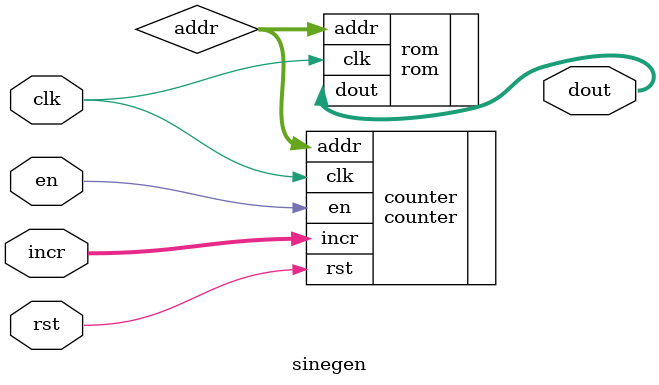
<source format=sv>
module sinegen #(

    parameter   ADDRESS_WIDTH = 8,
                DATA_WIDTH = 8
)(
    
    input logic clk,
    input logic rst,
    input logic en,
    input logic [DATA_WIDTH-1:0] incr,
    output logic [DATA_WIDTH-1:0] dout
);

    logic [ADDRESS_WIDTH-1:0] addr;

counter counter(

    .clk (clk),
    .rst (rst),
    .en (en),
    .incr (incr),
    .addr (addr)
);

rom rom(

    .clk (clk),
    .addr (addr),
    .dout (dout)
);

endmodule

</source>
